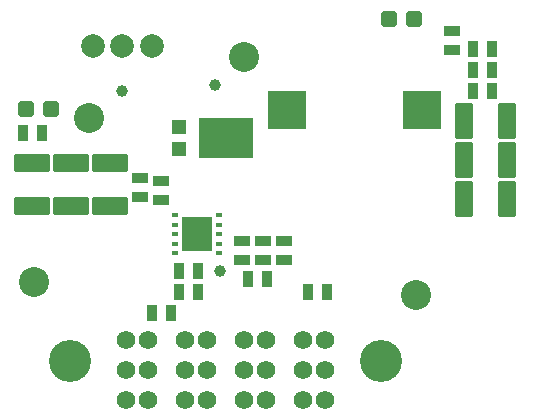
<source format=gbr>
%TF.GenerationSoftware,Altium Limited,Altium Designer,24.2.2 (26)*%
G04 Layer_Color=255*
%FSLAX45Y45*%
%MOMM*%
%TF.SameCoordinates,E368293F-65CA-4DDE-B1C5-A9725366A021*%
%TF.FilePolarity,Positive*%
%TF.FileFunction,Pads,Top*%
%TF.Part,Single*%
G01*
G75*
%TA.AperFunction,SMDPad,CuDef*%
%ADD10R,1.30000X1.30000*%
%ADD11R,4.60000X3.40000*%
G04:AMPARAMS|DCode=12|XSize=1.6mm|YSize=3mm|CornerRadius=0.12mm|HoleSize=0mm|Usage=FLASHONLY|Rotation=180.000|XOffset=0mm|YOffset=0mm|HoleType=Round|Shape=RoundedRectangle|*
%AMROUNDEDRECTD12*
21,1,1.60000,2.76000,0,0,180.0*
21,1,1.36000,3.00000,0,0,180.0*
1,1,0.24000,-0.68000,1.38000*
1,1,0.24000,0.68000,1.38000*
1,1,0.24000,0.68000,-1.38000*
1,1,0.24000,-0.68000,-1.38000*
%
%ADD12ROUNDEDRECTD12*%
G04:AMPARAMS|DCode=13|XSize=1.4mm|YSize=0.9mm|CornerRadius=0.0675mm|HoleSize=0mm|Usage=FLASHONLY|Rotation=270.000|XOffset=0mm|YOffset=0mm|HoleType=Round|Shape=RoundedRectangle|*
%AMROUNDEDRECTD13*
21,1,1.40000,0.76500,0,0,270.0*
21,1,1.26500,0.90000,0,0,270.0*
1,1,0.13500,-0.38250,-0.63250*
1,1,0.13500,-0.38250,0.63250*
1,1,0.13500,0.38250,0.63250*
1,1,0.13500,0.38250,-0.63250*
%
%ADD13ROUNDEDRECTD13*%
G04:AMPARAMS|DCode=14|XSize=1.4mm|YSize=0.9mm|CornerRadius=0.0675mm|HoleSize=0mm|Usage=FLASHONLY|Rotation=0.000|XOffset=0mm|YOffset=0mm|HoleType=Round|Shape=RoundedRectangle|*
%AMROUNDEDRECTD14*
21,1,1.40000,0.76500,0,0,0.0*
21,1,1.26500,0.90000,0,0,0.0*
1,1,0.13500,0.63250,-0.38250*
1,1,0.13500,-0.63250,-0.38250*
1,1,0.13500,-0.63250,0.38250*
1,1,0.13500,0.63250,0.38250*
%
%ADD14ROUNDEDRECTD14*%
%ADD15C,1.00000*%
%ADD16R,3.30000X3.17500*%
G04:AMPARAMS|DCode=17|XSize=1.3mm|YSize=1.3mm|CornerRadius=0.13mm|HoleSize=0mm|Usage=FLASHONLY|Rotation=180.000|XOffset=0mm|YOffset=0mm|HoleType=Round|Shape=RoundedRectangle|*
%AMROUNDEDRECTD17*
21,1,1.30000,1.04000,0,0,180.0*
21,1,1.04000,1.30000,0,0,180.0*
1,1,0.26000,-0.52000,0.52000*
1,1,0.26000,0.52000,0.52000*
1,1,0.26000,0.52000,-0.52000*
1,1,0.26000,-0.52000,-0.52000*
%
%ADD17ROUNDEDRECTD17*%
%ADD18R,2.60000X3.00000*%
%ADD19R,0.60000X0.30000*%
G04:AMPARAMS|DCode=20|XSize=1.6mm|YSize=3mm|CornerRadius=0.12mm|HoleSize=0mm|Usage=FLASHONLY|Rotation=270.000|XOffset=0mm|YOffset=0mm|HoleType=Round|Shape=RoundedRectangle|*
%AMROUNDEDRECTD20*
21,1,1.60000,2.76000,0,0,270.0*
21,1,1.36000,3.00000,0,0,270.0*
1,1,0.24000,-1.38000,-0.68000*
1,1,0.24000,-1.38000,0.68000*
1,1,0.24000,1.38000,0.68000*
1,1,0.24000,1.38000,-0.68000*
%
%ADD20ROUNDEDRECTD20*%
%TA.AperFunction,ComponentPad*%
%ADD24C,2.54000*%
%ADD25C,2.00000*%
%ADD26C,3.56000*%
%ADD27C,1.56000*%
D10*
X2057400Y2328600D02*
D03*
Y2514600D02*
D03*
D11*
X2452400Y2421600D02*
D03*
D12*
X4828200Y2235200D02*
D03*
X4468200D02*
D03*
X4828200Y2565400D02*
D03*
X4468200D02*
D03*
Y1905000D02*
D03*
X4828200D02*
D03*
D13*
X1987500Y939800D02*
D03*
X1822500D02*
D03*
X4540300Y2819400D02*
D03*
X4705300D02*
D03*
Y2997200D02*
D03*
X4540300D02*
D03*
X3310840Y1117600D02*
D03*
X3145840D02*
D03*
X2635300Y1231900D02*
D03*
X2800300D02*
D03*
X2216100Y1117600D02*
D03*
X2051100D02*
D03*
X730300Y2463800D02*
D03*
X895300D02*
D03*
X2216100Y1295400D02*
D03*
X2051100D02*
D03*
X4705300Y3175000D02*
D03*
X4540300D02*
D03*
D14*
X1727200Y2089100D02*
D03*
Y1924100D02*
D03*
X4368800Y3333700D02*
D03*
Y3168700D02*
D03*
X2768600Y1555700D02*
D03*
Y1390700D02*
D03*
X2590800Y1555700D02*
D03*
Y1390700D02*
D03*
X1905000Y2063700D02*
D03*
Y1898700D02*
D03*
X2946400Y1555700D02*
D03*
Y1390700D02*
D03*
D15*
X2362200Y2870200D02*
D03*
X2400300Y1295400D02*
D03*
X1574800Y2819400D02*
D03*
D16*
X2971800Y2664460D02*
D03*
X4114800D02*
D03*
D17*
X4042000Y3429000D02*
D03*
X3832000D02*
D03*
X968600Y2667000D02*
D03*
X758600D02*
D03*
D18*
X2207260Y1610360D02*
D03*
D19*
X2017260Y1770360D02*
D03*
Y1690360D02*
D03*
Y1610360D02*
D03*
Y1530360D02*
D03*
Y1450360D02*
D03*
X2397260Y1770360D02*
D03*
Y1690360D02*
D03*
Y1610360D02*
D03*
Y1530360D02*
D03*
Y1450360D02*
D03*
D20*
X812800Y1852000D02*
D03*
Y2212000D02*
D03*
X1143000Y1852000D02*
D03*
Y2212000D02*
D03*
X1473200Y1852000D02*
D03*
Y2212000D02*
D03*
D24*
X1295400Y2590800D02*
D03*
X2603500Y3111500D02*
D03*
X4064000Y1094740D02*
D03*
X825500Y1206500D02*
D03*
D25*
X1324800Y3200400D02*
D03*
X1574800D02*
D03*
X1824800D02*
D03*
D26*
X3762710Y538800D02*
D03*
X1134710D02*
D03*
D27*
X1792710Y208800D02*
D03*
X1604710D02*
D03*
X1792710Y462800D02*
D03*
X1604710D02*
D03*
X1792710Y716800D02*
D03*
X1604710D02*
D03*
X3292710Y208800D02*
D03*
X3104710D02*
D03*
X3292710Y462800D02*
D03*
X3104710D02*
D03*
X3292710Y716800D02*
D03*
X3104710D02*
D03*
X2792710Y208800D02*
D03*
X2604710D02*
D03*
X2792710Y462800D02*
D03*
X2604710D02*
D03*
X2792710Y716800D02*
D03*
X2604710D02*
D03*
X2292710Y208800D02*
D03*
X2104710D02*
D03*
X2292710Y462800D02*
D03*
X2104710D02*
D03*
X2292710Y716800D02*
D03*
X2104710D02*
D03*
%TF.MD5,b82ea392dc8e80f163c60dd8c0db9cca*%
M02*

</source>
